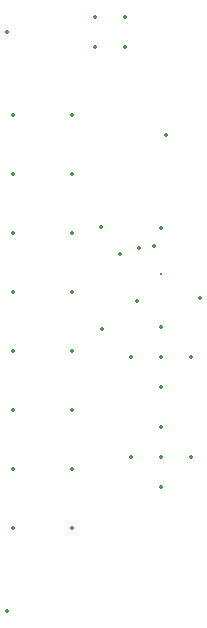
<source format=gbo>
%TF.GenerationSoftware,KiCad,Pcbnew,7.0.9*%
%TF.CreationDate,2024-03-19T13:31:30+09:00*%
%TF.ProjectId,rubis2,72756269-7332-42e6-9b69-6361645f7063,rev?*%
%TF.SameCoordinates,Original*%
%TF.FileFunction,Legend,Bot*%
%TF.FilePolarity,Positive*%
%FSLAX46Y46*%
G04 Gerber Fmt 4.6, Leading zero omitted, Abs format (unit mm)*
G04 Created by KiCad (PCBNEW 7.0.9) date 2024-03-19 13:31:30*
%MOMM*%
%LPD*%
G01*
G04 APERTURE LIST*
%ADD10C,0.350000*%
%ADD11C,0.300000*%
G04 APERTURE END LIST*
D10*
X206829000Y-98959600D03*
X201650000Y-94738500D03*
X202946000Y-94588500D03*
X200090000Y-95274200D03*
X198534000Y-101599000D03*
X198465000Y-93027600D03*
X203568000Y-93107000D03*
X201495000Y-99278300D03*
X204000000Y-85198700D03*
X196000000Y-83500000D03*
X191000000Y-83500000D03*
X196000000Y-88500000D03*
X191000000Y-88500000D03*
X196000000Y-93500000D03*
X191000000Y-93500000D03*
X196000000Y-98500000D03*
X191000000Y-98500000D03*
X196000000Y-103500000D03*
X191000000Y-103500000D03*
X196000000Y-108500000D03*
X191000000Y-108500000D03*
X196000000Y-113500000D03*
X191000000Y-113500000D03*
X196000000Y-118500000D03*
X191000000Y-118500000D03*
X203500000Y-112500000D03*
X206040000Y-112500000D03*
X203500000Y-115040000D03*
X200960000Y-112500000D03*
X203500000Y-109960000D03*
X190500000Y-76500000D03*
X197910000Y-77770000D03*
X197910000Y-75230000D03*
X200450000Y-77770000D03*
X200450000Y-75230000D03*
D11*
X203500000Y-97000000D03*
D10*
X203500000Y-104000000D03*
X206040000Y-104000000D03*
X203500000Y-106540000D03*
X200960000Y-104000000D03*
X203500000Y-101460000D03*
X190500000Y-125500000D03*
M02*

</source>
